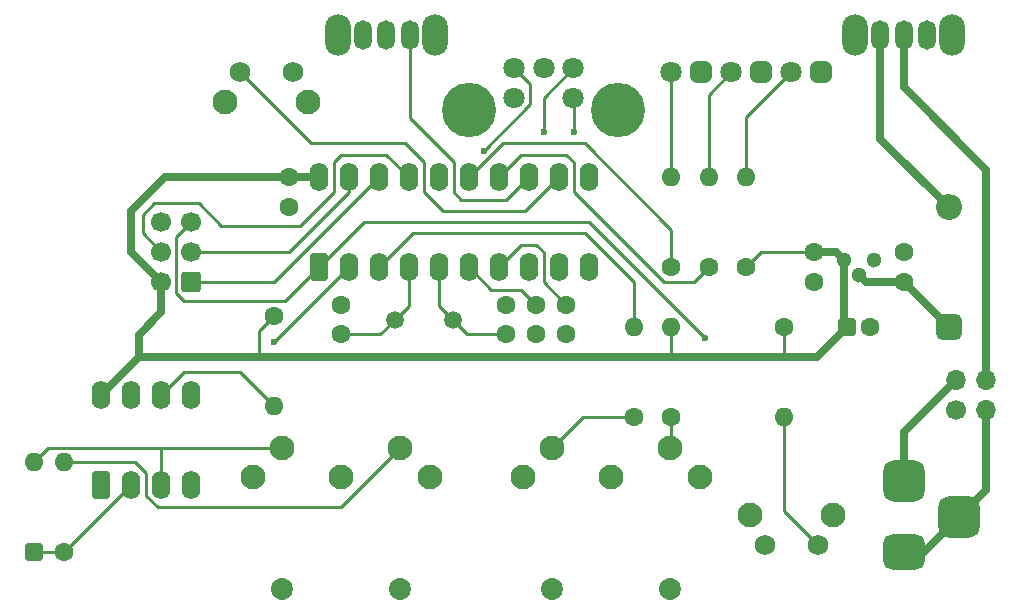
<source format=gbr>
%TF.GenerationSoftware,KiCad,Pcbnew,(6.0.11)*%
%TF.CreationDate,2023-08-23T01:54:35-07:00*%
%TF.ProjectId,miditwiddle,6d696469-7477-4696-9464-6c652e6b6963,rev?*%
%TF.SameCoordinates,PX9157080PY60e4b00*%
%TF.FileFunction,Copper,L1,Top*%
%TF.FilePolarity,Positive*%
%FSLAX46Y46*%
G04 Gerber Fmt 4.6, Leading zero omitted, Abs format (unit mm)*
G04 Created by KiCad (PCBNEW (6.0.11)) date 2023-08-23 01:54:35*
%MOMM*%
%LPD*%
G01*
G04 APERTURE LIST*
G04 Aperture macros list*
%AMRoundRect*
0 Rectangle with rounded corners*
0 $1 Rounding radius*
0 $2 $3 $4 $5 $6 $7 $8 $9 X,Y pos of 4 corners*
0 Add a 4 corners polygon primitive as box body*
4,1,4,$2,$3,$4,$5,$6,$7,$8,$9,$2,$3,0*
0 Add four circle primitives for the rounded corners*
1,1,$1+$1,$2,$3*
1,1,$1+$1,$4,$5*
1,1,$1+$1,$6,$7*
1,1,$1+$1,$8,$9*
0 Add four rect primitives between the rounded corners*
20,1,$1+$1,$2,$3,$4,$5,0*
20,1,$1+$1,$4,$5,$6,$7,0*
20,1,$1+$1,$6,$7,$8,$9,0*
20,1,$1+$1,$8,$9,$2,$3,0*%
G04 Aperture macros list end*
%TA.AperFunction,ComponentPad*%
%ADD10C,1.600000*%
%TD*%
%TA.AperFunction,ComponentPad*%
%ADD11RoundRect,0.450000X0.450000X0.450000X-0.450000X0.450000X-0.450000X-0.450000X0.450000X-0.450000X0*%
%TD*%
%TA.AperFunction,ComponentPad*%
%ADD12C,1.800000*%
%TD*%
%TA.AperFunction,ComponentPad*%
%ADD13C,2.100000*%
%TD*%
%TA.AperFunction,ComponentPad*%
%ADD14C,1.860000*%
%TD*%
%TA.AperFunction,ComponentPad*%
%ADD15O,1.600000X1.600000*%
%TD*%
%TA.AperFunction,ComponentPad*%
%ADD16RoundRect,0.550000X0.550000X-0.550000X0.550000X0.550000X-0.550000X0.550000X-0.550000X-0.550000X0*%
%TD*%
%TA.AperFunction,ComponentPad*%
%ADD17O,2.200000X2.200000*%
%TD*%
%TA.AperFunction,ComponentPad*%
%ADD18C,1.700000*%
%TD*%
%TA.AperFunction,ComponentPad*%
%ADD19O,1.700000X1.700000*%
%TD*%
%TA.AperFunction,ComponentPad*%
%ADD20C,1.750000*%
%TD*%
%TA.AperFunction,ComponentPad*%
%ADD21RoundRect,0.250000X0.600000X0.600000X-0.600000X0.600000X-0.600000X-0.600000X0.600000X-0.600000X0*%
%TD*%
%TA.AperFunction,ComponentPad*%
%ADD22C,1.500000*%
%TD*%
%TA.AperFunction,ComponentPad*%
%ADD23RoundRect,0.400000X0.400000X-0.800000X0.400000X0.800000X-0.400000X0.800000X-0.400000X-0.800000X0*%
%TD*%
%TA.AperFunction,ComponentPad*%
%ADD24O,1.600000X2.400000*%
%TD*%
%TA.AperFunction,ComponentPad*%
%ADD25C,1.300000*%
%TD*%
%TA.AperFunction,ComponentPad*%
%ADD26RoundRect,0.400000X-0.400000X-0.400000X0.400000X-0.400000X0.400000X0.400000X-0.400000X0.400000X0*%
%TD*%
%TA.AperFunction,ComponentPad*%
%ADD27O,2.200000X3.500000*%
%TD*%
%TA.AperFunction,ComponentPad*%
%ADD28O,1.500000X2.500000*%
%TD*%
%TA.AperFunction,ComponentPad*%
%ADD29RoundRect,0.400000X0.400000X-0.400000X0.400000X0.400000X-0.400000X0.400000X-0.400000X-0.400000X0*%
%TD*%
%TA.AperFunction,ComponentPad*%
%ADD30RoundRect,0.875000X0.875000X-0.875000X0.875000X0.875000X-0.875000X0.875000X-0.875000X-0.875000X0*%
%TD*%
%TA.AperFunction,ComponentPad*%
%ADD31RoundRect,0.750000X1.000000X-0.750000X1.000000X0.750000X-1.000000X0.750000X-1.000000X-0.750000X0*%
%TD*%
%TA.AperFunction,ComponentPad*%
%ADD32C,4.600000*%
%TD*%
%TA.AperFunction,ViaPad*%
%ADD33C,0.600000*%
%TD*%
%TA.AperFunction,Conductor*%
%ADD34C,0.635000*%
%TD*%
%TA.AperFunction,Conductor*%
%ADD35C,0.254000*%
%TD*%
%TA.AperFunction,Conductor*%
%ADD36C,0.250000*%
%TD*%
G04 APERTURE END LIST*
D10*
%TO.P,C2,1*%
%TO.N,+5V*%
X19050000Y5080000D03*
%TO.P,C2,2*%
%TO.N,GND*%
X19050000Y2580000D03*
%TD*%
D11*
%TO.P,D5,1,K*%
%TO.N,GND*%
X9525000Y20320000D03*
D12*
%TO.P,D5,2,A*%
%TO.N,/LED2'*%
X6985000Y20320000D03*
%TD*%
D13*
%TO.P,J3,1*%
%TO.N,unconnected-(J3-Pad1)*%
X-13455000Y-13970000D03*
%TO.P,J3,2*%
%TO.N,unconnected-(J3-Pad2)*%
X-20955000Y-13970000D03*
%TO.P,J3,3*%
%TO.N,unconnected-(J3-Pad3)*%
X-28455000Y-13970000D03*
%TO.P,J3,4*%
%TO.N,/In+*%
X-15955000Y-11470000D03*
%TO.P,J3,5*%
%TO.N,/In-*%
X-25955000Y-11470000D03*
D14*
%TO.P,J3,MH1*%
%TO.N,N/C*%
X-15955000Y-23470000D03*
%TO.P,J3,MH2*%
X-25955000Y-23470000D03*
%TD*%
D13*
%TO.P,J4,1*%
%TO.N,unconnected-(J4-Pad1)*%
X9405000Y-13970000D03*
%TO.P,J4,2*%
%TO.N,GND*%
X1905000Y-13970000D03*
%TO.P,J4,3*%
%TO.N,unconnected-(J4-Pad3)*%
X-5595000Y-13970000D03*
%TO.P,J4,4*%
%TO.N,/Out+*%
X6905000Y-11470000D03*
%TO.P,J4,5*%
%TO.N,/Out-*%
X-3095000Y-11470000D03*
D14*
%TO.P,J4,MH1*%
%TO.N,GND*%
X6905000Y-23470000D03*
%TO.P,J4,MH2*%
X-3095000Y-23470000D03*
%TD*%
D10*
%TO.P,R5,1*%
%TO.N,/Out-*%
X3810000Y-8890000D03*
D15*
%TO.P,R5,2*%
%TO.N,TX*%
X3810000Y-1270000D03*
%TD*%
D16*
%TO.P,D1,1,K*%
%TO.N,/Raw''*%
X30480000Y-1270000D03*
D17*
%TO.P,D1,2,A*%
%TO.N,/Raw'*%
X30480000Y8890000D03*
%TD*%
D18*
%TO.P,JP1,1,Pin_1*%
%TO.N,GND*%
X31115000Y-8255000D03*
D19*
%TO.P,JP1,2,Pin_2*%
%TO.N,/J1Pin*%
X31115000Y-5715000D03*
%TO.P,JP1,3,Pin_3*%
%TO.N,/J1Brl*%
X33655000Y-8255000D03*
%TO.P,JP1,4,Pin_4*%
%TO.N,/Raw*%
X33655000Y-5715000D03*
%TD*%
D13*
%TO.P,SW2,*%
%TO.N,GND*%
X20645000Y-17195000D03*
X13635000Y-17195000D03*
D20*
%TO.P,SW2,1,1*%
%TO.N,~{Reset}*%
X19395000Y-19685000D03*
%TO.P,SW2,2,2*%
%TO.N,GND*%
X14895000Y-19685000D03*
%TD*%
D10*
%TO.P,R1,1*%
%TO.N,+5V*%
X16510000Y-1270000D03*
D15*
%TO.P,R1,2*%
%TO.N,~{Reset}*%
X16510000Y-8890000D03*
%TD*%
D21*
%TO.P,J2,1,MISO*%
%TO.N,/MISO*%
X-33655000Y2540000D03*
D18*
%TO.P,J2,2,VCC*%
%TO.N,+5V*%
X-36195000Y2540000D03*
%TO.P,J2,3,SCK*%
%TO.N,/SCK*%
X-33655000Y5080000D03*
%TO.P,J2,4,MOSI*%
%TO.N,/MOSI*%
X-36195000Y5080000D03*
%TO.P,J2,5,~{RST}*%
%TO.N,~{Reset}*%
X-33655000Y7620000D03*
%TO.P,J2,6,GND*%
%TO.N,GND*%
X-36195000Y7620000D03*
%TD*%
D22*
%TO.P,Y1,1,1*%
%TO.N,/X2*%
X-16410000Y-635000D03*
%TO.P,Y1,2,2*%
%TO.N,/X1*%
X-11530000Y-635000D03*
%TD*%
D23*
%TO.P,U2,1,PA2/~{RESET}*%
%TO.N,~{Reset}*%
X-22860000Y3810000D03*
D24*
%TO.P,U2,2,PD0*%
%TO.N,RX*%
X-20320000Y3810000D03*
%TO.P,U2,3,PD1*%
%TO.N,TX*%
X-17780000Y3810000D03*
%TO.P,U2,4,PA1/XTAL2*%
%TO.N,/X2*%
X-15240000Y3810000D03*
%TO.P,U2,5,PA0/XTAL1*%
%TO.N,/X1*%
X-12700000Y3810000D03*
%TO.P,U2,6,PD2*%
%TO.N,Enc_B*%
X-10160000Y3810000D03*
%TO.P,U2,7,PD3*%
%TO.N,Enc_A*%
X-7620000Y3810000D03*
%TO.P,U2,8,PD4*%
%TO.N,Enc_SW*%
X-5080000Y3810000D03*
%TO.P,U2,9,PD5*%
%TO.N,unconnected-(U2-Pad9)*%
X-2540000Y3810000D03*
%TO.P,U2,10,GND*%
%TO.N,GND*%
X0Y3810000D03*
%TO.P,U2,11,PD6*%
%TO.N,unconnected-(U2-Pad11)*%
X0Y11430000D03*
%TO.P,U2,12,PB0*%
%TO.N,Button*%
X-2540000Y11430000D03*
%TO.P,U2,13,PB1*%
%TO.N,Switch*%
X-5080000Y11430000D03*
%TO.P,U2,14,PB2*%
%TO.N,LED1*%
X-7620000Y11430000D03*
%TO.P,U2,15,PB3*%
%TO.N,LED2*%
X-10160000Y11430000D03*
%TO.P,U2,16,PB4*%
%TO.N,unconnected-(U2-Pad16)*%
X-12700000Y11430000D03*
%TO.P,U2,17,PB5*%
%TO.N,/MOSI*%
X-15240000Y11430000D03*
%TO.P,U2,18,PB6*%
%TO.N,/MISO*%
X-17780000Y11430000D03*
%TO.P,U2,19,PB7*%
%TO.N,/SCK*%
X-20320000Y11430000D03*
%TO.P,U2,20,VCC*%
%TO.N,+5V*%
X-22860000Y11430000D03*
%TD*%
D10*
%TO.P,C4,1*%
%TO.N,+5V*%
X-25400000Y11430000D03*
%TO.P,C4,2*%
%TO.N,GND*%
X-25400000Y8930000D03*
%TD*%
%TO.P,R4,1*%
%TO.N,/Out+*%
X6985000Y-8890000D03*
D15*
%TO.P,R4,2*%
%TO.N,+5V*%
X6985000Y-1270000D03*
%TD*%
D10*
%TO.P,C1,1*%
%TO.N,/Raw''*%
X26670000Y2580000D03*
%TO.P,C1,2*%
%TO.N,GND*%
X26670000Y5080000D03*
%TD*%
D25*
%TO.P,U1,1,GND*%
%TO.N,GND*%
X24130000Y4445000D03*
%TO.P,U1,2,VI*%
%TO.N,/Raw''*%
X22860000Y3175000D03*
%TO.P,U1,3,VO*%
%TO.N,+5V*%
X21590000Y4445000D03*
%TD*%
D10*
%TO.P,R6,1*%
%TO.N,+5V*%
X13335000Y3810000D03*
D15*
%TO.P,R6,2*%
%TO.N,/LEDP*%
X13335000Y11430000D03*
%TD*%
D10*
%TO.P,R7,1*%
%TO.N,LED1*%
X10160000Y3810000D03*
D15*
%TO.P,R7,2*%
%TO.N,/LED1'*%
X10160000Y11430000D03*
%TD*%
D11*
%TO.P,D3,1,K*%
%TO.N,GND*%
X19685000Y20320000D03*
D12*
%TO.P,D3,2,A*%
%TO.N,/LEDP*%
X17145000Y20320000D03*
%TD*%
D11*
%TO.P,D4,1,K*%
%TO.N,GND*%
X14605000Y20320000D03*
D12*
%TO.P,D4,2,A*%
%TO.N,/LED1'*%
X12065000Y20320000D03*
%TD*%
D26*
%TO.P,C3,1*%
%TO.N,+5V*%
X21850000Y-1270000D03*
D10*
%TO.P,C3,2*%
%TO.N,GND*%
X23850000Y-1270000D03*
%TD*%
D27*
%TO.P,SW1,*%
%TO.N,*%
X30770000Y23495000D03*
X22570000Y23495000D03*
D28*
%TO.P,SW1,1,A*%
%TO.N,unconnected-(SW1-Pad1)*%
X28670000Y23495000D03*
%TO.P,SW1,2,B*%
%TO.N,/Raw*%
X26670000Y23495000D03*
%TO.P,SW1,3,C*%
%TO.N,/Raw'*%
X24670000Y23495000D03*
%TD*%
D27*
%TO.P,SW3,*%
%TO.N,GND*%
X-21245000Y23495000D03*
X-13045000Y23495000D03*
D28*
%TO.P,SW3,1,A*%
%TO.N,Switch*%
X-15145000Y23495000D03*
%TO.P,SW3,2,B*%
%TO.N,GND*%
X-17145000Y23495000D03*
%TO.P,SW3,3,C*%
%TO.N,unconnected-(SW3-Pad3)*%
X-19145000Y23495000D03*
%TD*%
D10*
%TO.P,R8,1*%
%TO.N,LED2*%
X6985000Y3810000D03*
D15*
%TO.P,R8,2*%
%TO.N,/LED2'*%
X6985000Y11430000D03*
%TD*%
D13*
%TO.P,SW4,*%
%TO.N,GND*%
X-23795000Y17830000D03*
X-30805000Y17830000D03*
D20*
%TO.P,SW4,1,1*%
%TO.N,Button*%
X-29555000Y20320000D03*
%TO.P,SW4,2,2*%
%TO.N,GND*%
X-25055000Y20320000D03*
%TD*%
D10*
%TO.P,C8,1*%
%TO.N,Enc_B*%
X-4445000Y635000D03*
%TO.P,C8,2*%
%TO.N,GND*%
X-4445000Y-1865000D03*
%TD*%
%TO.P,R2,1*%
%TO.N,/In+'*%
X-44450000Y-20320000D03*
D15*
%TO.P,R2,2*%
%TO.N,/In+*%
X-44450000Y-12700000D03*
%TD*%
D29*
%TO.P,D2,1,K*%
%TO.N,/In+'*%
X-46990000Y-20320000D03*
D15*
%TO.P,D2,2,A*%
%TO.N,/In-*%
X-46990000Y-12700000D03*
%TD*%
D10*
%TO.P,R3,1*%
%TO.N,+5V*%
X-26670000Y-317500D03*
D15*
%TO.P,R3,2*%
%TO.N,RX*%
X-26670000Y-7937500D03*
%TD*%
D10*
%TO.P,C5,1*%
%TO.N,/X1*%
X-6985000Y-1865000D03*
%TO.P,C5,2*%
%TO.N,GND*%
X-6985000Y635000D03*
%TD*%
%TO.P,C6,1*%
%TO.N,/X2*%
X-20955000Y-1865000D03*
%TO.P,C6,2*%
%TO.N,GND*%
X-20955000Y635000D03*
%TD*%
%TO.P,C7,1*%
%TO.N,Enc_A*%
X-1905000Y635000D03*
%TO.P,C7,2*%
%TO.N,GND*%
X-1905000Y-1865000D03*
%TD*%
D23*
%TO.P,U3,1,NC*%
%TO.N,unconnected-(U3-Pad1)*%
X-41275000Y-14605000D03*
D24*
%TO.P,U3,2,C1*%
%TO.N,/In+'*%
X-38735000Y-14605000D03*
%TO.P,U3,3,C2*%
%TO.N,/In-*%
X-36195000Y-14605000D03*
%TO.P,U3,4,NC*%
%TO.N,unconnected-(U3-Pad4)*%
X-33655000Y-14605000D03*
%TO.P,U3,5,GND*%
%TO.N,GND*%
X-33655000Y-6985000D03*
%TO.P,U3,6,VO2*%
%TO.N,RX*%
X-36195000Y-6985000D03*
%TO.P,U3,7,VO1*%
%TO.N,unconnected-(U3-Pad7)*%
X-38735000Y-6985000D03*
%TO.P,U3,8,VCC*%
%TO.N,+5V*%
X-41275000Y-6985000D03*
%TD*%
D30*
%TO.P,J1,1*%
%TO.N,/J1Pin*%
X26670000Y-14320000D03*
D31*
%TO.P,J1,2*%
%TO.N,/J1Brl*%
X26670000Y-20320000D03*
D30*
%TO.P,J1,3*%
X31370000Y-17320000D03*
%TD*%
D32*
%TO.P,SW5,*%
%TO.N,GND*%
X-10110000Y17137500D03*
X2490000Y17137500D03*
D12*
%TO.P,SW5,A,A*%
%TO.N,Enc_A*%
X-1310000Y20637500D03*
%TO.P,SW5,B,B*%
%TO.N,Enc_B*%
X-6310000Y20637500D03*
%TO.P,SW5,C,C*%
%TO.N,GND*%
X-3810000Y20637500D03*
%TO.P,SW5,S1,S1*%
%TO.N,Enc_SW*%
X-1310000Y18137500D03*
%TO.P,SW5,S2,S2*%
%TO.N,GND*%
X-6310000Y18137500D03*
%TD*%
D33*
%TO.N,RX*%
X-26670000Y-2540000D03*
%TO.N,~{Reset}*%
X9842502Y-2222500D03*
%TO.N,Enc_A*%
X-3810000Y15240000D03*
%TO.N,Enc_B*%
X-8890000Y13652500D03*
%TO.N,Enc_SW*%
X-1270000Y15240000D03*
%TD*%
D34*
%TO.N,+5V*%
X21590000Y4445000D02*
X21590000Y-1010000D01*
D35*
X-26670000Y-317500D02*
X-27940000Y-1587500D01*
X14605000Y5080000D02*
X13335000Y3810000D01*
D34*
X20955000Y5080000D02*
X21590000Y4445000D01*
X19310000Y-3810000D02*
X21850000Y-1270000D01*
D35*
X16510000Y-1270000D02*
X16510000Y-3810000D01*
D34*
X19050000Y5080000D02*
X20955000Y5080000D01*
X-38735000Y8572500D02*
X-38735000Y5080000D01*
X-38100000Y-3810000D02*
X-27940000Y-3810000D01*
D35*
X6985000Y-1270000D02*
X6985000Y-3810000D01*
D34*
X6985000Y-3810000D02*
X16510000Y-3810000D01*
X21590000Y-1010000D02*
X21850000Y-1270000D01*
X-35877500Y11430000D02*
X-38735000Y8572500D01*
D35*
X-27940000Y-1587500D02*
X-27940000Y-3810000D01*
D34*
X-38100000Y-1905000D02*
X-38100000Y-3810000D01*
X-27940000Y-3810000D02*
X6985000Y-3810000D01*
X-41275000Y-6985000D02*
X-38100000Y-3810000D01*
X-25400000Y11430000D02*
X-35877500Y11430000D01*
X-36195000Y2540000D02*
X-36195000Y0D01*
D35*
X19050000Y5080000D02*
X14605000Y5080000D01*
D34*
X16510000Y-3810000D02*
X19310000Y-3810000D01*
X-38735000Y5080000D02*
X-36195000Y2540000D01*
X-36195000Y0D02*
X-38100000Y-1905000D01*
X-22860000Y11430000D02*
X-25400000Y11430000D01*
D35*
%TO.N,/MOSI*%
X-20955000Y13335000D02*
X-17145000Y13335000D01*
X-37782500Y6667500D02*
X-37782500Y8255000D01*
X-21590000Y10160000D02*
X-21590000Y12700000D01*
X-24447500Y7302500D02*
X-21590000Y10160000D01*
X-31115000Y7302500D02*
X-24447500Y7302500D01*
X-17145000Y13335000D02*
X-15240000Y11430000D01*
X-37782500Y8255000D02*
X-36830000Y9207500D01*
X-36195000Y5080000D02*
X-37782500Y6667500D01*
X-33020000Y9207500D02*
X-31115000Y7302500D01*
X-21590000Y12700000D02*
X-20955000Y13335000D01*
X-36830000Y9207500D02*
X-33020000Y9207500D01*
%TO.N,/SCK*%
X-20320000Y11430000D02*
X-20320000Y10160000D01*
X-25400000Y5080000D02*
X-33655000Y5080000D01*
X-20320000Y10160000D02*
X-25400000Y5080000D01*
%TO.N,/MISO*%
X-17780000Y11430000D02*
X-26670000Y2540000D01*
X-26670000Y2540000D02*
X-33655000Y2540000D01*
%TO.N,RX*%
X-36195000Y-6985000D02*
X-34290000Y-5080000D01*
X-34290000Y-5080000D02*
X-29527500Y-5080000D01*
X-20320000Y3810000D02*
X-26035000Y-1905000D01*
X-29527500Y-5080000D02*
X-26670000Y-7937500D01*
X-26035000Y-1905000D02*
X-26670000Y-2540000D01*
%TO.N,TX*%
X-317500Y6667500D02*
X3810000Y2540000D01*
X3810000Y2540000D02*
X3810000Y-1270000D01*
X-14922500Y6667500D02*
X-317500Y6667500D01*
X-17780000Y3810000D02*
X-14922500Y6667500D01*
%TO.N,LED2*%
X-7302500Y14287500D02*
X-317500Y14287500D01*
X6985000Y6985000D02*
X6985000Y3810000D01*
X-10160000Y11430000D02*
X-7302500Y14287500D01*
X-317500Y14287500D02*
X6985000Y6985000D01*
%TO.N,LED1*%
X-1270000Y12700000D02*
X-1270000Y10160000D01*
X-1905000Y13335000D02*
X-1270000Y12700000D01*
X-1270000Y10160000D02*
X6350000Y2540000D01*
X-7620000Y11430000D02*
X-5715000Y13335000D01*
X6350000Y2540000D02*
X8890000Y2540000D01*
X8890000Y2540000D02*
X10160000Y3810000D01*
X-5715000Y13335000D02*
X-1905000Y13335000D01*
D36*
%TO.N,/X1*%
X-12700000Y3810000D02*
X-12700000Y535000D01*
X-12700000Y535000D02*
X-11530000Y-635000D01*
X-10300000Y-1865000D02*
X-11530000Y-635000D01*
X-6985000Y-1865000D02*
X-10300000Y-1865000D01*
%TO.N,/X2*%
X-15240000Y535000D02*
X-16410000Y-635000D01*
X-15240000Y3810000D02*
X-15240000Y535000D01*
X-20955000Y-1865000D02*
X-17640000Y-1865000D01*
X-17640000Y-1865000D02*
X-16410000Y-635000D01*
D34*
%TO.N,/J1Pin*%
X26670000Y-10160000D02*
X26670000Y-14320000D01*
X31115000Y-5715000D02*
X26670000Y-10160000D01*
%TO.N,/J1Brl*%
X28370000Y-20320000D02*
X31370000Y-17320000D01*
X26670000Y-20320000D02*
X28370000Y-20320000D01*
X33655000Y-8255000D02*
X33655000Y-15035000D01*
X33655000Y-15035000D02*
X31370000Y-17320000D01*
D35*
%TO.N,/LEDP*%
X13335000Y16510000D02*
X17145000Y20320000D01*
X13335000Y11430000D02*
X13335000Y16510000D01*
%TO.N,/LED1'*%
X10160000Y18415000D02*
X12065000Y20320000D01*
X10160000Y11430000D02*
X10160000Y18415000D01*
%TO.N,/LED2'*%
X6985000Y11430000D02*
X6985000Y20320000D01*
D34*
%TO.N,/Raw''*%
X30480000Y-1230000D02*
X26670000Y2580000D01*
X30480000Y-1270000D02*
X30480000Y-1230000D01*
X23455000Y2580000D02*
X22860000Y3175000D01*
X26670000Y2580000D02*
X23455000Y2580000D01*
%TO.N,/Raw'*%
X24670000Y23495000D02*
X24670000Y14700000D01*
X24670000Y14700000D02*
X30480000Y8890000D01*
D35*
%TO.N,/In-*%
X-36155000Y-11470000D02*
X-25955000Y-11470000D01*
X-46990000Y-12700000D02*
X-45760000Y-11470000D01*
X-36195000Y-11510000D02*
X-36155000Y-11470000D01*
X-36195000Y-14605000D02*
X-36195000Y-11510000D01*
X-45760000Y-11470000D02*
X-36155000Y-11470000D01*
%TO.N,/In+'*%
X-44450000Y-20320000D02*
X-46990000Y-20320000D01*
X-44450000Y-20320000D02*
X-38735000Y-14605000D01*
%TO.N,~{Reset}*%
X16510000Y-16800000D02*
X19395000Y-19685000D01*
X16510000Y-8890000D02*
X16510000Y-16800000D01*
X-22860000Y3810000D02*
X-19050000Y7620000D01*
X-19050000Y7620000D02*
X2Y7620000D01*
X-25717500Y952500D02*
X-22860000Y3810000D01*
X-34925000Y1587500D02*
X-34290000Y952500D01*
X-34925000Y6350000D02*
X-34925000Y1587500D01*
X2Y7620000D02*
X9842502Y-2222500D01*
X-33655000Y7620000D02*
X-34925000Y6350000D01*
X-34290000Y952500D02*
X-25717500Y952500D01*
%TO.N,/In+*%
X-44450000Y-12700000D02*
X-38417500Y-12700000D01*
X-36512500Y-16510000D02*
X-20995000Y-16510000D01*
X-38417500Y-12700000D02*
X-37465000Y-13652500D01*
X-37465000Y-13652500D02*
X-37465000Y-15557500D01*
X-20995000Y-16510000D02*
X-15955000Y-11470000D01*
X-37465000Y-15557500D02*
X-36512500Y-16510000D01*
%TO.N,/Out-*%
X-515000Y-8890000D02*
X-3095000Y-11470000D01*
X3810000Y-8890000D02*
X-515000Y-8890000D01*
%TO.N,/Out+*%
X6985000Y-8890000D02*
X6985000Y-11390000D01*
X6985000Y-11390000D02*
X6905000Y-11470000D01*
D34*
%TO.N,/Raw*%
X33655000Y12065000D02*
X26670000Y19050000D01*
X26670000Y19050000D02*
X26670000Y23495000D01*
X33655000Y-5715000D02*
X33655000Y12065000D01*
D35*
%TO.N,Switch*%
X-6985000Y9525000D02*
X-10795000Y9525000D01*
X-10795000Y9525000D02*
X-11430000Y10160000D01*
X-11430000Y10160000D02*
X-11430000Y12700000D01*
X-15145000Y17240000D02*
X-15145000Y23495000D01*
X-15145000Y16415000D02*
X-15145000Y17240000D01*
X-11430000Y12700000D02*
X-15145000Y16415000D01*
X-5080000Y11430000D02*
X-6985000Y9525000D01*
%TO.N,Button*%
X-13970000Y12700000D02*
X-15557500Y14287500D01*
X-12382500Y8572500D02*
X-13970000Y10160000D01*
X-13970000Y10160000D02*
X-13970000Y12700000D01*
X-2540000Y11430000D02*
X-5397500Y8572500D01*
X-15557500Y14287500D02*
X-23522500Y14287500D01*
X-23522500Y14287500D02*
X-29555000Y20320000D01*
X-5397500Y8572500D02*
X-12382500Y8572500D01*
%TO.N,Enc_A*%
X-5715000Y5715000D02*
X-4445000Y5715000D01*
X-3810000Y2540000D02*
X-1905000Y635000D01*
X-3810000Y18137500D02*
X-1310000Y20637500D01*
X-7620000Y3810000D02*
X-5715000Y5715000D01*
X-3810000Y5080000D02*
X-3810000Y2540000D01*
X-4445000Y5715000D02*
X-3810000Y5080000D01*
X-3810000Y15240000D02*
X-3810000Y18137500D01*
%TO.N,Enc_B*%
X-8255000Y1905000D02*
X-5715000Y1905000D01*
X-5715000Y1905000D02*
X-4445000Y635000D01*
X-6310000Y20637500D02*
X-4953000Y19280500D01*
X-4953000Y17589500D02*
X-8890000Y13652500D01*
X-4953000Y19280500D02*
X-4953000Y17589500D01*
X-10160000Y3810000D02*
X-8255000Y1905000D01*
%TO.N,Enc_SW*%
X-1270000Y18097500D02*
X-1310000Y18137500D01*
X-1270000Y15240000D02*
X-1270000Y18097500D01*
%TD*%
M02*

</source>
